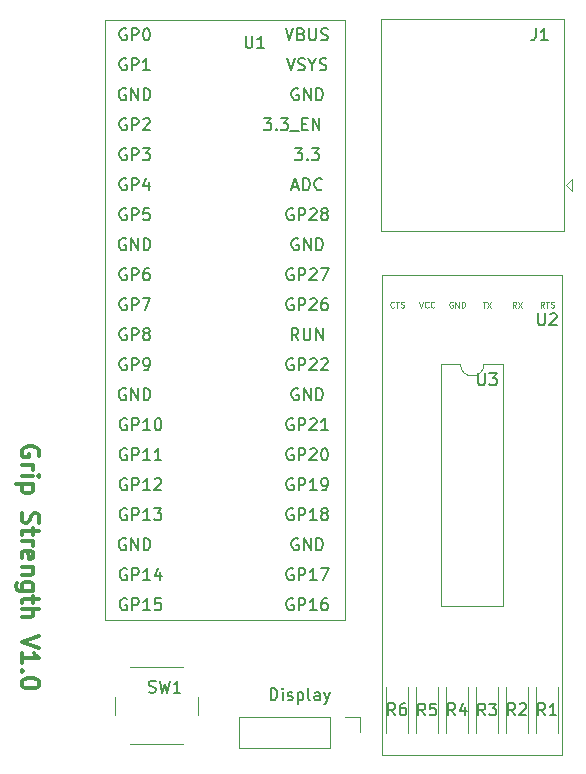
<source format=gbr>
%TF.GenerationSoftware,KiCad,Pcbnew,5.1.10-88a1d61d58~88~ubuntu18.04.1*%
%TF.CreationDate,2021-08-27T16:22:50+08:00*%
%TF.ProjectId,grip_strength,67726970-5f73-4747-9265-6e6774682e6b,rev?*%
%TF.SameCoordinates,Original*%
%TF.FileFunction,Legend,Top*%
%TF.FilePolarity,Positive*%
%FSLAX46Y46*%
G04 Gerber Fmt 4.6, Leading zero omitted, Abs format (unit mm)*
G04 Created by KiCad (PCBNEW 5.1.10-88a1d61d58~88~ubuntu18.04.1) date 2021-08-27 16:22:50*
%MOMM*%
%LPD*%
G01*
G04 APERTURE LIST*
%ADD10C,0.150000*%
%ADD11C,0.300000*%
%ADD12C,0.120000*%
%ADD13C,0.125000*%
G04 APERTURE END LIST*
D10*
X97877619Y-110307380D02*
X97877619Y-109307380D01*
X98115714Y-109307380D01*
X98258571Y-109355000D01*
X98353809Y-109450238D01*
X98401428Y-109545476D01*
X98449047Y-109735952D01*
X98449047Y-109878809D01*
X98401428Y-110069285D01*
X98353809Y-110164523D01*
X98258571Y-110259761D01*
X98115714Y-110307380D01*
X97877619Y-110307380D01*
X98877619Y-110307380D02*
X98877619Y-109640714D01*
X98877619Y-109307380D02*
X98830000Y-109355000D01*
X98877619Y-109402619D01*
X98925238Y-109355000D01*
X98877619Y-109307380D01*
X98877619Y-109402619D01*
X99306190Y-110259761D02*
X99401428Y-110307380D01*
X99591904Y-110307380D01*
X99687142Y-110259761D01*
X99734761Y-110164523D01*
X99734761Y-110116904D01*
X99687142Y-110021666D01*
X99591904Y-109974047D01*
X99449047Y-109974047D01*
X99353809Y-109926428D01*
X99306190Y-109831190D01*
X99306190Y-109783571D01*
X99353809Y-109688333D01*
X99449047Y-109640714D01*
X99591904Y-109640714D01*
X99687142Y-109688333D01*
X100163333Y-109640714D02*
X100163333Y-110640714D01*
X100163333Y-109688333D02*
X100258571Y-109640714D01*
X100449047Y-109640714D01*
X100544285Y-109688333D01*
X100591904Y-109735952D01*
X100639523Y-109831190D01*
X100639523Y-110116904D01*
X100591904Y-110212142D01*
X100544285Y-110259761D01*
X100449047Y-110307380D01*
X100258571Y-110307380D01*
X100163333Y-110259761D01*
X101210952Y-110307380D02*
X101115714Y-110259761D01*
X101068095Y-110164523D01*
X101068095Y-109307380D01*
X102020476Y-110307380D02*
X102020476Y-109783571D01*
X101972857Y-109688333D01*
X101877619Y-109640714D01*
X101687142Y-109640714D01*
X101591904Y-109688333D01*
X102020476Y-110259761D02*
X101925238Y-110307380D01*
X101687142Y-110307380D01*
X101591904Y-110259761D01*
X101544285Y-110164523D01*
X101544285Y-110069285D01*
X101591904Y-109974047D01*
X101687142Y-109926428D01*
X101925238Y-109926428D01*
X102020476Y-109878809D01*
X102401428Y-109640714D02*
X102639523Y-110307380D01*
X102877619Y-109640714D02*
X102639523Y-110307380D01*
X102544285Y-110545476D01*
X102496666Y-110593095D01*
X102401428Y-110640714D01*
D11*
X78220000Y-89667142D02*
X78291428Y-89524285D01*
X78291428Y-89310000D01*
X78220000Y-89095714D01*
X78077142Y-88952857D01*
X77934285Y-88881428D01*
X77648571Y-88810000D01*
X77434285Y-88810000D01*
X77148571Y-88881428D01*
X77005714Y-88952857D01*
X76862857Y-89095714D01*
X76791428Y-89310000D01*
X76791428Y-89452857D01*
X76862857Y-89667142D01*
X76934285Y-89738571D01*
X77434285Y-89738571D01*
X77434285Y-89452857D01*
X76791428Y-90381428D02*
X77791428Y-90381428D01*
X77505714Y-90381428D02*
X77648571Y-90452857D01*
X77720000Y-90524285D01*
X77791428Y-90667142D01*
X77791428Y-90810000D01*
X76791428Y-91310000D02*
X77791428Y-91310000D01*
X78291428Y-91310000D02*
X78220000Y-91238571D01*
X78148571Y-91310000D01*
X78220000Y-91381428D01*
X78291428Y-91310000D01*
X78148571Y-91310000D01*
X77791428Y-92024285D02*
X76291428Y-92024285D01*
X77720000Y-92024285D02*
X77791428Y-92167142D01*
X77791428Y-92452857D01*
X77720000Y-92595714D01*
X77648571Y-92667142D01*
X77505714Y-92738571D01*
X77077142Y-92738571D01*
X76934285Y-92667142D01*
X76862857Y-92595714D01*
X76791428Y-92452857D01*
X76791428Y-92167142D01*
X76862857Y-92024285D01*
X76862857Y-94452857D02*
X76791428Y-94667142D01*
X76791428Y-95024285D01*
X76862857Y-95167142D01*
X76934285Y-95238571D01*
X77077142Y-95310000D01*
X77220000Y-95310000D01*
X77362857Y-95238571D01*
X77434285Y-95167142D01*
X77505714Y-95024285D01*
X77577142Y-94738571D01*
X77648571Y-94595714D01*
X77720000Y-94524285D01*
X77862857Y-94452857D01*
X78005714Y-94452857D01*
X78148571Y-94524285D01*
X78220000Y-94595714D01*
X78291428Y-94738571D01*
X78291428Y-95095714D01*
X78220000Y-95310000D01*
X77791428Y-95738571D02*
X77791428Y-96310000D01*
X78291428Y-95952857D02*
X77005714Y-95952857D01*
X76862857Y-96024285D01*
X76791428Y-96167142D01*
X76791428Y-96310000D01*
X76791428Y-96810000D02*
X77791428Y-96810000D01*
X77505714Y-96810000D02*
X77648571Y-96881428D01*
X77720000Y-96952857D01*
X77791428Y-97095714D01*
X77791428Y-97238571D01*
X76862857Y-98310000D02*
X76791428Y-98167142D01*
X76791428Y-97881428D01*
X76862857Y-97738571D01*
X77005714Y-97667142D01*
X77577142Y-97667142D01*
X77720000Y-97738571D01*
X77791428Y-97881428D01*
X77791428Y-98167142D01*
X77720000Y-98310000D01*
X77577142Y-98381428D01*
X77434285Y-98381428D01*
X77291428Y-97667142D01*
X77791428Y-99024285D02*
X76791428Y-99024285D01*
X77648571Y-99024285D02*
X77720000Y-99095714D01*
X77791428Y-99238571D01*
X77791428Y-99452857D01*
X77720000Y-99595714D01*
X77577142Y-99667142D01*
X76791428Y-99667142D01*
X77791428Y-101024285D02*
X76577142Y-101024285D01*
X76434285Y-100952857D01*
X76362857Y-100881428D01*
X76291428Y-100738571D01*
X76291428Y-100524285D01*
X76362857Y-100381428D01*
X76862857Y-101024285D02*
X76791428Y-100881428D01*
X76791428Y-100595714D01*
X76862857Y-100452857D01*
X76934285Y-100381428D01*
X77077142Y-100310000D01*
X77505714Y-100310000D01*
X77648571Y-100381428D01*
X77720000Y-100452857D01*
X77791428Y-100595714D01*
X77791428Y-100881428D01*
X77720000Y-101024285D01*
X77791428Y-101524285D02*
X77791428Y-102095714D01*
X78291428Y-101738571D02*
X77005714Y-101738571D01*
X76862857Y-101810000D01*
X76791428Y-101952857D01*
X76791428Y-102095714D01*
X76791428Y-102595714D02*
X78291428Y-102595714D01*
X76791428Y-103238571D02*
X77577142Y-103238571D01*
X77720000Y-103167142D01*
X77791428Y-103024285D01*
X77791428Y-102810000D01*
X77720000Y-102667142D01*
X77648571Y-102595714D01*
X78291428Y-104881428D02*
X76791428Y-105381428D01*
X78291428Y-105881428D01*
X76791428Y-107167142D02*
X76791428Y-106310000D01*
X76791428Y-106738571D02*
X78291428Y-106738571D01*
X78077142Y-106595714D01*
X77934285Y-106452857D01*
X77862857Y-106310000D01*
X76934285Y-107810000D02*
X76862857Y-107881428D01*
X76791428Y-107810000D01*
X76862857Y-107738571D01*
X76934285Y-107810000D01*
X76791428Y-107810000D01*
X78291428Y-108810000D02*
X78291428Y-108952857D01*
X78220000Y-109095714D01*
X78148571Y-109167142D01*
X78005714Y-109238571D01*
X77720000Y-109310000D01*
X77362857Y-109310000D01*
X77077142Y-109238571D01*
X76934285Y-109167142D01*
X76862857Y-109095714D01*
X76791428Y-108952857D01*
X76791428Y-108810000D01*
X76862857Y-108667142D01*
X76934285Y-108595714D01*
X77077142Y-108524285D01*
X77362857Y-108452857D01*
X77720000Y-108452857D01*
X78005714Y-108524285D01*
X78148571Y-108595714D01*
X78220000Y-108667142D01*
X78291428Y-108810000D01*
D12*
%TO.C,J1*%
X122695000Y-70555000D02*
X122695000Y-52595000D01*
X107175000Y-70555000D02*
X122695000Y-70555000D01*
X107175000Y-70555000D02*
X107175000Y-52595000D01*
X122695000Y-52595000D02*
X107175000Y-52595000D01*
X122880000Y-66675000D02*
X123380000Y-67175000D01*
X123380000Y-67175000D02*
X123380000Y-66175000D01*
X123380000Y-66175000D02*
X122880000Y-66675000D01*
%TO.C,U1*%
X104140000Y-103505000D02*
X83820000Y-103505000D01*
X104140000Y-52705000D02*
X104140000Y-103505000D01*
X83820000Y-52705000D02*
X104140000Y-52705000D01*
X83820000Y-52705000D02*
X83820000Y-103505000D01*
%TO.C,U4*%
X95190000Y-111700000D02*
X95190000Y-114360000D01*
X102870000Y-111700000D02*
X95190000Y-111700000D01*
X102870000Y-114360000D02*
X95190000Y-114360000D01*
X102870000Y-111700000D02*
X102870000Y-114360000D01*
X104140000Y-111700000D02*
X105470000Y-111700000D01*
X105470000Y-111700000D02*
X105470000Y-113030000D01*
%TO.C,R6*%
X107665000Y-113045000D02*
X107665000Y-109205000D01*
X109505000Y-113045000D02*
X109505000Y-109205000D01*
%TO.C,U2*%
X122555000Y-114935000D02*
X107315000Y-114935000D01*
X122555000Y-74295000D02*
X122555000Y-114935000D01*
X122555000Y-74295000D02*
X107315000Y-74295000D01*
X107315000Y-74295000D02*
X107315000Y-114935000D01*
%TO.C,U3*%
X115935000Y-81855000D02*
G75*
G02*
X113935000Y-81855000I-1000000J0D01*
G01*
X113935000Y-81855000D02*
X112285000Y-81855000D01*
X112285000Y-81855000D02*
X112285000Y-102295000D01*
X112285000Y-102295000D02*
X117585000Y-102295000D01*
X117585000Y-102295000D02*
X117585000Y-81855000D01*
X117585000Y-81855000D02*
X115935000Y-81855000D01*
%TO.C,SW1*%
X90440000Y-107530000D02*
X85940000Y-107530000D01*
X91690000Y-111530000D02*
X91690000Y-110030000D01*
X85940000Y-114030000D02*
X90440000Y-114030000D01*
X84690000Y-110030000D02*
X84690000Y-111530000D01*
%TO.C,R1*%
X122205000Y-113045000D02*
X122205000Y-109205000D01*
X120365000Y-113045000D02*
X120365000Y-109205000D01*
%TO.C,R2*%
X117825000Y-113045000D02*
X117825000Y-109205000D01*
X119665000Y-113045000D02*
X119665000Y-109205000D01*
%TO.C,R3*%
X117125000Y-113045000D02*
X117125000Y-109205000D01*
X115285000Y-113045000D02*
X115285000Y-109205000D01*
%TO.C,R4*%
X114585000Y-113045000D02*
X114585000Y-109205000D01*
X112745000Y-113045000D02*
X112745000Y-109205000D01*
%TO.C,R5*%
X110205000Y-113045000D02*
X110205000Y-109205000D01*
X112045000Y-113045000D02*
X112045000Y-109205000D01*
%TO.C,J1*%
D10*
X120316666Y-53427380D02*
X120316666Y-54141666D01*
X120269047Y-54284523D01*
X120173809Y-54379761D01*
X120030952Y-54427380D01*
X119935714Y-54427380D01*
X121316666Y-54427380D02*
X120745238Y-54427380D01*
X121030952Y-54427380D02*
X121030952Y-53427380D01*
X120935714Y-53570238D01*
X120840476Y-53665476D01*
X120745238Y-53713095D01*
%TO.C,U1*%
X95758095Y-54062380D02*
X95758095Y-54871904D01*
X95805714Y-54967142D01*
X95853333Y-55014761D01*
X95948571Y-55062380D01*
X96139047Y-55062380D01*
X96234285Y-55014761D01*
X96281904Y-54967142D01*
X96329523Y-54871904D01*
X96329523Y-54062380D01*
X97329523Y-55062380D02*
X96758095Y-55062380D01*
X97043809Y-55062380D02*
X97043809Y-54062380D01*
X96948571Y-54205238D01*
X96853333Y-54300476D01*
X96758095Y-54348095D01*
X100203095Y-96655000D02*
X100107857Y-96607380D01*
X99965000Y-96607380D01*
X99822142Y-96655000D01*
X99726904Y-96750238D01*
X99679285Y-96845476D01*
X99631666Y-97035952D01*
X99631666Y-97178809D01*
X99679285Y-97369285D01*
X99726904Y-97464523D01*
X99822142Y-97559761D01*
X99965000Y-97607380D01*
X100060238Y-97607380D01*
X100203095Y-97559761D01*
X100250714Y-97512142D01*
X100250714Y-97178809D01*
X100060238Y-97178809D01*
X100679285Y-97607380D02*
X100679285Y-96607380D01*
X101250714Y-97607380D01*
X101250714Y-96607380D01*
X101726904Y-97607380D02*
X101726904Y-96607380D01*
X101965000Y-96607380D01*
X102107857Y-96655000D01*
X102203095Y-96750238D01*
X102250714Y-96845476D01*
X102298333Y-97035952D01*
X102298333Y-97178809D01*
X102250714Y-97369285D01*
X102203095Y-97464523D01*
X102107857Y-97559761D01*
X101965000Y-97607380D01*
X101726904Y-97607380D01*
X99774523Y-99195000D02*
X99679285Y-99147380D01*
X99536428Y-99147380D01*
X99393571Y-99195000D01*
X99298333Y-99290238D01*
X99250714Y-99385476D01*
X99203095Y-99575952D01*
X99203095Y-99718809D01*
X99250714Y-99909285D01*
X99298333Y-100004523D01*
X99393571Y-100099761D01*
X99536428Y-100147380D01*
X99631666Y-100147380D01*
X99774523Y-100099761D01*
X99822142Y-100052142D01*
X99822142Y-99718809D01*
X99631666Y-99718809D01*
X100250714Y-100147380D02*
X100250714Y-99147380D01*
X100631666Y-99147380D01*
X100726904Y-99195000D01*
X100774523Y-99242619D01*
X100822142Y-99337857D01*
X100822142Y-99480714D01*
X100774523Y-99575952D01*
X100726904Y-99623571D01*
X100631666Y-99671190D01*
X100250714Y-99671190D01*
X101774523Y-100147380D02*
X101203095Y-100147380D01*
X101488809Y-100147380D02*
X101488809Y-99147380D01*
X101393571Y-99290238D01*
X101298333Y-99385476D01*
X101203095Y-99433095D01*
X102107857Y-99147380D02*
X102774523Y-99147380D01*
X102345952Y-100147380D01*
X99774523Y-81415000D02*
X99679285Y-81367380D01*
X99536428Y-81367380D01*
X99393571Y-81415000D01*
X99298333Y-81510238D01*
X99250714Y-81605476D01*
X99203095Y-81795952D01*
X99203095Y-81938809D01*
X99250714Y-82129285D01*
X99298333Y-82224523D01*
X99393571Y-82319761D01*
X99536428Y-82367380D01*
X99631666Y-82367380D01*
X99774523Y-82319761D01*
X99822142Y-82272142D01*
X99822142Y-81938809D01*
X99631666Y-81938809D01*
X100250714Y-82367380D02*
X100250714Y-81367380D01*
X100631666Y-81367380D01*
X100726904Y-81415000D01*
X100774523Y-81462619D01*
X100822142Y-81557857D01*
X100822142Y-81700714D01*
X100774523Y-81795952D01*
X100726904Y-81843571D01*
X100631666Y-81891190D01*
X100250714Y-81891190D01*
X101203095Y-81462619D02*
X101250714Y-81415000D01*
X101345952Y-81367380D01*
X101584047Y-81367380D01*
X101679285Y-81415000D01*
X101726904Y-81462619D01*
X101774523Y-81557857D01*
X101774523Y-81653095D01*
X101726904Y-81795952D01*
X101155476Y-82367380D01*
X101774523Y-82367380D01*
X102155476Y-81462619D02*
X102203095Y-81415000D01*
X102298333Y-81367380D01*
X102536428Y-81367380D01*
X102631666Y-81415000D01*
X102679285Y-81462619D01*
X102726904Y-81557857D01*
X102726904Y-81653095D01*
X102679285Y-81795952D01*
X102107857Y-82367380D01*
X102726904Y-82367380D01*
X100226904Y-79827380D02*
X99893571Y-79351190D01*
X99655476Y-79827380D02*
X99655476Y-78827380D01*
X100036428Y-78827380D01*
X100131666Y-78875000D01*
X100179285Y-78922619D01*
X100226904Y-79017857D01*
X100226904Y-79160714D01*
X100179285Y-79255952D01*
X100131666Y-79303571D01*
X100036428Y-79351190D01*
X99655476Y-79351190D01*
X100655476Y-78827380D02*
X100655476Y-79636904D01*
X100703095Y-79732142D01*
X100750714Y-79779761D01*
X100845952Y-79827380D01*
X101036428Y-79827380D01*
X101131666Y-79779761D01*
X101179285Y-79732142D01*
X101226904Y-79636904D01*
X101226904Y-78827380D01*
X101703095Y-79827380D02*
X101703095Y-78827380D01*
X102274523Y-79827380D01*
X102274523Y-78827380D01*
X99774523Y-101735000D02*
X99679285Y-101687380D01*
X99536428Y-101687380D01*
X99393571Y-101735000D01*
X99298333Y-101830238D01*
X99250714Y-101925476D01*
X99203095Y-102115952D01*
X99203095Y-102258809D01*
X99250714Y-102449285D01*
X99298333Y-102544523D01*
X99393571Y-102639761D01*
X99536428Y-102687380D01*
X99631666Y-102687380D01*
X99774523Y-102639761D01*
X99822142Y-102592142D01*
X99822142Y-102258809D01*
X99631666Y-102258809D01*
X100250714Y-102687380D02*
X100250714Y-101687380D01*
X100631666Y-101687380D01*
X100726904Y-101735000D01*
X100774523Y-101782619D01*
X100822142Y-101877857D01*
X100822142Y-102020714D01*
X100774523Y-102115952D01*
X100726904Y-102163571D01*
X100631666Y-102211190D01*
X100250714Y-102211190D01*
X101774523Y-102687380D02*
X101203095Y-102687380D01*
X101488809Y-102687380D02*
X101488809Y-101687380D01*
X101393571Y-101830238D01*
X101298333Y-101925476D01*
X101203095Y-101973095D01*
X102631666Y-101687380D02*
X102441190Y-101687380D01*
X102345952Y-101735000D01*
X102298333Y-101782619D01*
X102203095Y-101925476D01*
X102155476Y-102115952D01*
X102155476Y-102496904D01*
X102203095Y-102592142D01*
X102250714Y-102639761D01*
X102345952Y-102687380D01*
X102536428Y-102687380D01*
X102631666Y-102639761D01*
X102679285Y-102592142D01*
X102726904Y-102496904D01*
X102726904Y-102258809D01*
X102679285Y-102163571D01*
X102631666Y-102115952D01*
X102536428Y-102068333D01*
X102345952Y-102068333D01*
X102250714Y-102115952D01*
X102203095Y-102163571D01*
X102155476Y-102258809D01*
X99774523Y-94115000D02*
X99679285Y-94067380D01*
X99536428Y-94067380D01*
X99393571Y-94115000D01*
X99298333Y-94210238D01*
X99250714Y-94305476D01*
X99203095Y-94495952D01*
X99203095Y-94638809D01*
X99250714Y-94829285D01*
X99298333Y-94924523D01*
X99393571Y-95019761D01*
X99536428Y-95067380D01*
X99631666Y-95067380D01*
X99774523Y-95019761D01*
X99822142Y-94972142D01*
X99822142Y-94638809D01*
X99631666Y-94638809D01*
X100250714Y-95067380D02*
X100250714Y-94067380D01*
X100631666Y-94067380D01*
X100726904Y-94115000D01*
X100774523Y-94162619D01*
X100822142Y-94257857D01*
X100822142Y-94400714D01*
X100774523Y-94495952D01*
X100726904Y-94543571D01*
X100631666Y-94591190D01*
X100250714Y-94591190D01*
X101774523Y-95067380D02*
X101203095Y-95067380D01*
X101488809Y-95067380D02*
X101488809Y-94067380D01*
X101393571Y-94210238D01*
X101298333Y-94305476D01*
X101203095Y-94353095D01*
X102345952Y-94495952D02*
X102250714Y-94448333D01*
X102203095Y-94400714D01*
X102155476Y-94305476D01*
X102155476Y-94257857D01*
X102203095Y-94162619D01*
X102250714Y-94115000D01*
X102345952Y-94067380D01*
X102536428Y-94067380D01*
X102631666Y-94115000D01*
X102679285Y-94162619D01*
X102726904Y-94257857D01*
X102726904Y-94305476D01*
X102679285Y-94400714D01*
X102631666Y-94448333D01*
X102536428Y-94495952D01*
X102345952Y-94495952D01*
X102250714Y-94543571D01*
X102203095Y-94591190D01*
X102155476Y-94686428D01*
X102155476Y-94876904D01*
X102203095Y-94972142D01*
X102250714Y-95019761D01*
X102345952Y-95067380D01*
X102536428Y-95067380D01*
X102631666Y-95019761D01*
X102679285Y-94972142D01*
X102726904Y-94876904D01*
X102726904Y-94686428D01*
X102679285Y-94591190D01*
X102631666Y-94543571D01*
X102536428Y-94495952D01*
X99250714Y-55967380D02*
X99584047Y-56967380D01*
X99917380Y-55967380D01*
X100203095Y-56919761D02*
X100345952Y-56967380D01*
X100584047Y-56967380D01*
X100679285Y-56919761D01*
X100726904Y-56872142D01*
X100774523Y-56776904D01*
X100774523Y-56681666D01*
X100726904Y-56586428D01*
X100679285Y-56538809D01*
X100584047Y-56491190D01*
X100393571Y-56443571D01*
X100298333Y-56395952D01*
X100250714Y-56348333D01*
X100203095Y-56253095D01*
X100203095Y-56157857D01*
X100250714Y-56062619D01*
X100298333Y-56015000D01*
X100393571Y-55967380D01*
X100631666Y-55967380D01*
X100774523Y-56015000D01*
X101393571Y-56491190D02*
X101393571Y-56967380D01*
X101060238Y-55967380D02*
X101393571Y-56491190D01*
X101726904Y-55967380D01*
X102012619Y-56919761D02*
X102155476Y-56967380D01*
X102393571Y-56967380D01*
X102488809Y-56919761D01*
X102536428Y-56872142D01*
X102584047Y-56776904D01*
X102584047Y-56681666D01*
X102536428Y-56586428D01*
X102488809Y-56538809D01*
X102393571Y-56491190D01*
X102203095Y-56443571D01*
X102107857Y-56395952D01*
X102060238Y-56348333D01*
X102012619Y-56253095D01*
X102012619Y-56157857D01*
X102060238Y-56062619D01*
X102107857Y-56015000D01*
X102203095Y-55967380D01*
X102441190Y-55967380D01*
X102584047Y-56015000D01*
X100203095Y-71255000D02*
X100107857Y-71207380D01*
X99965000Y-71207380D01*
X99822142Y-71255000D01*
X99726904Y-71350238D01*
X99679285Y-71445476D01*
X99631666Y-71635952D01*
X99631666Y-71778809D01*
X99679285Y-71969285D01*
X99726904Y-72064523D01*
X99822142Y-72159761D01*
X99965000Y-72207380D01*
X100060238Y-72207380D01*
X100203095Y-72159761D01*
X100250714Y-72112142D01*
X100250714Y-71778809D01*
X100060238Y-71778809D01*
X100679285Y-72207380D02*
X100679285Y-71207380D01*
X101250714Y-72207380D01*
X101250714Y-71207380D01*
X101726904Y-72207380D02*
X101726904Y-71207380D01*
X101965000Y-71207380D01*
X102107857Y-71255000D01*
X102203095Y-71350238D01*
X102250714Y-71445476D01*
X102298333Y-71635952D01*
X102298333Y-71778809D01*
X102250714Y-71969285D01*
X102203095Y-72064523D01*
X102107857Y-72159761D01*
X101965000Y-72207380D01*
X101726904Y-72207380D01*
X100203095Y-83955000D02*
X100107857Y-83907380D01*
X99965000Y-83907380D01*
X99822142Y-83955000D01*
X99726904Y-84050238D01*
X99679285Y-84145476D01*
X99631666Y-84335952D01*
X99631666Y-84478809D01*
X99679285Y-84669285D01*
X99726904Y-84764523D01*
X99822142Y-84859761D01*
X99965000Y-84907380D01*
X100060238Y-84907380D01*
X100203095Y-84859761D01*
X100250714Y-84812142D01*
X100250714Y-84478809D01*
X100060238Y-84478809D01*
X100679285Y-84907380D02*
X100679285Y-83907380D01*
X101250714Y-84907380D01*
X101250714Y-83907380D01*
X101726904Y-84907380D02*
X101726904Y-83907380D01*
X101965000Y-83907380D01*
X102107857Y-83955000D01*
X102203095Y-84050238D01*
X102250714Y-84145476D01*
X102298333Y-84335952D01*
X102298333Y-84478809D01*
X102250714Y-84669285D01*
X102203095Y-84764523D01*
X102107857Y-84859761D01*
X101965000Y-84907380D01*
X101726904Y-84907380D01*
X99917380Y-63587380D02*
X100536428Y-63587380D01*
X100203095Y-63968333D01*
X100345952Y-63968333D01*
X100441190Y-64015952D01*
X100488809Y-64063571D01*
X100536428Y-64158809D01*
X100536428Y-64396904D01*
X100488809Y-64492142D01*
X100441190Y-64539761D01*
X100345952Y-64587380D01*
X100060238Y-64587380D01*
X99965000Y-64539761D01*
X99917380Y-64492142D01*
X100965000Y-64492142D02*
X101012619Y-64539761D01*
X100965000Y-64587380D01*
X100917380Y-64539761D01*
X100965000Y-64492142D01*
X100965000Y-64587380D01*
X101345952Y-63587380D02*
X101965000Y-63587380D01*
X101631666Y-63968333D01*
X101774523Y-63968333D01*
X101869761Y-64015952D01*
X101917380Y-64063571D01*
X101965000Y-64158809D01*
X101965000Y-64396904D01*
X101917380Y-64492142D01*
X101869761Y-64539761D01*
X101774523Y-64587380D01*
X101488809Y-64587380D01*
X101393571Y-64539761D01*
X101345952Y-64492142D01*
X99774523Y-76335000D02*
X99679285Y-76287380D01*
X99536428Y-76287380D01*
X99393571Y-76335000D01*
X99298333Y-76430238D01*
X99250714Y-76525476D01*
X99203095Y-76715952D01*
X99203095Y-76858809D01*
X99250714Y-77049285D01*
X99298333Y-77144523D01*
X99393571Y-77239761D01*
X99536428Y-77287380D01*
X99631666Y-77287380D01*
X99774523Y-77239761D01*
X99822142Y-77192142D01*
X99822142Y-76858809D01*
X99631666Y-76858809D01*
X100250714Y-77287380D02*
X100250714Y-76287380D01*
X100631666Y-76287380D01*
X100726904Y-76335000D01*
X100774523Y-76382619D01*
X100822142Y-76477857D01*
X100822142Y-76620714D01*
X100774523Y-76715952D01*
X100726904Y-76763571D01*
X100631666Y-76811190D01*
X100250714Y-76811190D01*
X101203095Y-76382619D02*
X101250714Y-76335000D01*
X101345952Y-76287380D01*
X101584047Y-76287380D01*
X101679285Y-76335000D01*
X101726904Y-76382619D01*
X101774523Y-76477857D01*
X101774523Y-76573095D01*
X101726904Y-76715952D01*
X101155476Y-77287380D01*
X101774523Y-77287380D01*
X102631666Y-76287380D02*
X102441190Y-76287380D01*
X102345952Y-76335000D01*
X102298333Y-76382619D01*
X102203095Y-76525476D01*
X102155476Y-76715952D01*
X102155476Y-77096904D01*
X102203095Y-77192142D01*
X102250714Y-77239761D01*
X102345952Y-77287380D01*
X102536428Y-77287380D01*
X102631666Y-77239761D01*
X102679285Y-77192142D01*
X102726904Y-77096904D01*
X102726904Y-76858809D01*
X102679285Y-76763571D01*
X102631666Y-76715952D01*
X102536428Y-76668333D01*
X102345952Y-76668333D01*
X102250714Y-76715952D01*
X102203095Y-76763571D01*
X102155476Y-76858809D01*
X99774523Y-68715000D02*
X99679285Y-68667380D01*
X99536428Y-68667380D01*
X99393571Y-68715000D01*
X99298333Y-68810238D01*
X99250714Y-68905476D01*
X99203095Y-69095952D01*
X99203095Y-69238809D01*
X99250714Y-69429285D01*
X99298333Y-69524523D01*
X99393571Y-69619761D01*
X99536428Y-69667380D01*
X99631666Y-69667380D01*
X99774523Y-69619761D01*
X99822142Y-69572142D01*
X99822142Y-69238809D01*
X99631666Y-69238809D01*
X100250714Y-69667380D02*
X100250714Y-68667380D01*
X100631666Y-68667380D01*
X100726904Y-68715000D01*
X100774523Y-68762619D01*
X100822142Y-68857857D01*
X100822142Y-69000714D01*
X100774523Y-69095952D01*
X100726904Y-69143571D01*
X100631666Y-69191190D01*
X100250714Y-69191190D01*
X101203095Y-68762619D02*
X101250714Y-68715000D01*
X101345952Y-68667380D01*
X101584047Y-68667380D01*
X101679285Y-68715000D01*
X101726904Y-68762619D01*
X101774523Y-68857857D01*
X101774523Y-68953095D01*
X101726904Y-69095952D01*
X101155476Y-69667380D01*
X101774523Y-69667380D01*
X102345952Y-69095952D02*
X102250714Y-69048333D01*
X102203095Y-69000714D01*
X102155476Y-68905476D01*
X102155476Y-68857857D01*
X102203095Y-68762619D01*
X102250714Y-68715000D01*
X102345952Y-68667380D01*
X102536428Y-68667380D01*
X102631666Y-68715000D01*
X102679285Y-68762619D01*
X102726904Y-68857857D01*
X102726904Y-68905476D01*
X102679285Y-69000714D01*
X102631666Y-69048333D01*
X102536428Y-69095952D01*
X102345952Y-69095952D01*
X102250714Y-69143571D01*
X102203095Y-69191190D01*
X102155476Y-69286428D01*
X102155476Y-69476904D01*
X102203095Y-69572142D01*
X102250714Y-69619761D01*
X102345952Y-69667380D01*
X102536428Y-69667380D01*
X102631666Y-69619761D01*
X102679285Y-69572142D01*
X102726904Y-69476904D01*
X102726904Y-69286428D01*
X102679285Y-69191190D01*
X102631666Y-69143571D01*
X102536428Y-69095952D01*
X99774523Y-89035000D02*
X99679285Y-88987380D01*
X99536428Y-88987380D01*
X99393571Y-89035000D01*
X99298333Y-89130238D01*
X99250714Y-89225476D01*
X99203095Y-89415952D01*
X99203095Y-89558809D01*
X99250714Y-89749285D01*
X99298333Y-89844523D01*
X99393571Y-89939761D01*
X99536428Y-89987380D01*
X99631666Y-89987380D01*
X99774523Y-89939761D01*
X99822142Y-89892142D01*
X99822142Y-89558809D01*
X99631666Y-89558809D01*
X100250714Y-89987380D02*
X100250714Y-88987380D01*
X100631666Y-88987380D01*
X100726904Y-89035000D01*
X100774523Y-89082619D01*
X100822142Y-89177857D01*
X100822142Y-89320714D01*
X100774523Y-89415952D01*
X100726904Y-89463571D01*
X100631666Y-89511190D01*
X100250714Y-89511190D01*
X101203095Y-89082619D02*
X101250714Y-89035000D01*
X101345952Y-88987380D01*
X101584047Y-88987380D01*
X101679285Y-89035000D01*
X101726904Y-89082619D01*
X101774523Y-89177857D01*
X101774523Y-89273095D01*
X101726904Y-89415952D01*
X101155476Y-89987380D01*
X101774523Y-89987380D01*
X102393571Y-88987380D02*
X102488809Y-88987380D01*
X102584047Y-89035000D01*
X102631666Y-89082619D01*
X102679285Y-89177857D01*
X102726904Y-89368333D01*
X102726904Y-89606428D01*
X102679285Y-89796904D01*
X102631666Y-89892142D01*
X102584047Y-89939761D01*
X102488809Y-89987380D01*
X102393571Y-89987380D01*
X102298333Y-89939761D01*
X102250714Y-89892142D01*
X102203095Y-89796904D01*
X102155476Y-89606428D01*
X102155476Y-89368333D01*
X102203095Y-89177857D01*
X102250714Y-89082619D01*
X102298333Y-89035000D01*
X102393571Y-88987380D01*
X99774523Y-73795000D02*
X99679285Y-73747380D01*
X99536428Y-73747380D01*
X99393571Y-73795000D01*
X99298333Y-73890238D01*
X99250714Y-73985476D01*
X99203095Y-74175952D01*
X99203095Y-74318809D01*
X99250714Y-74509285D01*
X99298333Y-74604523D01*
X99393571Y-74699761D01*
X99536428Y-74747380D01*
X99631666Y-74747380D01*
X99774523Y-74699761D01*
X99822142Y-74652142D01*
X99822142Y-74318809D01*
X99631666Y-74318809D01*
X100250714Y-74747380D02*
X100250714Y-73747380D01*
X100631666Y-73747380D01*
X100726904Y-73795000D01*
X100774523Y-73842619D01*
X100822142Y-73937857D01*
X100822142Y-74080714D01*
X100774523Y-74175952D01*
X100726904Y-74223571D01*
X100631666Y-74271190D01*
X100250714Y-74271190D01*
X101203095Y-73842619D02*
X101250714Y-73795000D01*
X101345952Y-73747380D01*
X101584047Y-73747380D01*
X101679285Y-73795000D01*
X101726904Y-73842619D01*
X101774523Y-73937857D01*
X101774523Y-74033095D01*
X101726904Y-74175952D01*
X101155476Y-74747380D01*
X101774523Y-74747380D01*
X102107857Y-73747380D02*
X102774523Y-73747380D01*
X102345952Y-74747380D01*
X99726904Y-66841666D02*
X100203095Y-66841666D01*
X99631666Y-67127380D02*
X99965000Y-66127380D01*
X100298333Y-67127380D01*
X100631666Y-67127380D02*
X100631666Y-66127380D01*
X100869761Y-66127380D01*
X101012619Y-66175000D01*
X101107857Y-66270238D01*
X101155476Y-66365476D01*
X101203095Y-66555952D01*
X101203095Y-66698809D01*
X101155476Y-66889285D01*
X101107857Y-66984523D01*
X101012619Y-67079761D01*
X100869761Y-67127380D01*
X100631666Y-67127380D01*
X102203095Y-67032142D02*
X102155476Y-67079761D01*
X102012619Y-67127380D01*
X101917380Y-67127380D01*
X101774523Y-67079761D01*
X101679285Y-66984523D01*
X101631666Y-66889285D01*
X101584047Y-66698809D01*
X101584047Y-66555952D01*
X101631666Y-66365476D01*
X101679285Y-66270238D01*
X101774523Y-66175000D01*
X101917380Y-66127380D01*
X102012619Y-66127380D01*
X102155476Y-66175000D01*
X102203095Y-66222619D01*
X97290238Y-61047380D02*
X97909285Y-61047380D01*
X97575952Y-61428333D01*
X97718809Y-61428333D01*
X97814047Y-61475952D01*
X97861666Y-61523571D01*
X97909285Y-61618809D01*
X97909285Y-61856904D01*
X97861666Y-61952142D01*
X97814047Y-61999761D01*
X97718809Y-62047380D01*
X97433095Y-62047380D01*
X97337857Y-61999761D01*
X97290238Y-61952142D01*
X98337857Y-61952142D02*
X98385476Y-61999761D01*
X98337857Y-62047380D01*
X98290238Y-61999761D01*
X98337857Y-61952142D01*
X98337857Y-62047380D01*
X98718809Y-61047380D02*
X99337857Y-61047380D01*
X99004523Y-61428333D01*
X99147380Y-61428333D01*
X99242619Y-61475952D01*
X99290238Y-61523571D01*
X99337857Y-61618809D01*
X99337857Y-61856904D01*
X99290238Y-61952142D01*
X99242619Y-61999761D01*
X99147380Y-62047380D01*
X98861666Y-62047380D01*
X98766428Y-61999761D01*
X98718809Y-61952142D01*
X99528333Y-62142619D02*
X100290238Y-62142619D01*
X100528333Y-61523571D02*
X100861666Y-61523571D01*
X101004523Y-62047380D02*
X100528333Y-62047380D01*
X100528333Y-61047380D01*
X101004523Y-61047380D01*
X101433095Y-62047380D02*
X101433095Y-61047380D01*
X102004523Y-62047380D01*
X102004523Y-61047380D01*
X99131666Y-53427380D02*
X99465000Y-54427380D01*
X99798333Y-53427380D01*
X100465000Y-53903571D02*
X100607857Y-53951190D01*
X100655476Y-53998809D01*
X100703095Y-54094047D01*
X100703095Y-54236904D01*
X100655476Y-54332142D01*
X100607857Y-54379761D01*
X100512619Y-54427380D01*
X100131666Y-54427380D01*
X100131666Y-53427380D01*
X100465000Y-53427380D01*
X100560238Y-53475000D01*
X100607857Y-53522619D01*
X100655476Y-53617857D01*
X100655476Y-53713095D01*
X100607857Y-53808333D01*
X100560238Y-53855952D01*
X100465000Y-53903571D01*
X100131666Y-53903571D01*
X101131666Y-53427380D02*
X101131666Y-54236904D01*
X101179285Y-54332142D01*
X101226904Y-54379761D01*
X101322142Y-54427380D01*
X101512619Y-54427380D01*
X101607857Y-54379761D01*
X101655476Y-54332142D01*
X101703095Y-54236904D01*
X101703095Y-53427380D01*
X102131666Y-54379761D02*
X102274523Y-54427380D01*
X102512619Y-54427380D01*
X102607857Y-54379761D01*
X102655476Y-54332142D01*
X102703095Y-54236904D01*
X102703095Y-54141666D01*
X102655476Y-54046428D01*
X102607857Y-53998809D01*
X102512619Y-53951190D01*
X102322142Y-53903571D01*
X102226904Y-53855952D01*
X102179285Y-53808333D01*
X102131666Y-53713095D01*
X102131666Y-53617857D01*
X102179285Y-53522619D01*
X102226904Y-53475000D01*
X102322142Y-53427380D01*
X102560238Y-53427380D01*
X102703095Y-53475000D01*
X100203095Y-58555000D02*
X100107857Y-58507380D01*
X99965000Y-58507380D01*
X99822142Y-58555000D01*
X99726904Y-58650238D01*
X99679285Y-58745476D01*
X99631666Y-58935952D01*
X99631666Y-59078809D01*
X99679285Y-59269285D01*
X99726904Y-59364523D01*
X99822142Y-59459761D01*
X99965000Y-59507380D01*
X100060238Y-59507380D01*
X100203095Y-59459761D01*
X100250714Y-59412142D01*
X100250714Y-59078809D01*
X100060238Y-59078809D01*
X100679285Y-59507380D02*
X100679285Y-58507380D01*
X101250714Y-59507380D01*
X101250714Y-58507380D01*
X101726904Y-59507380D02*
X101726904Y-58507380D01*
X101965000Y-58507380D01*
X102107857Y-58555000D01*
X102203095Y-58650238D01*
X102250714Y-58745476D01*
X102298333Y-58935952D01*
X102298333Y-59078809D01*
X102250714Y-59269285D01*
X102203095Y-59364523D01*
X102107857Y-59459761D01*
X101965000Y-59507380D01*
X101726904Y-59507380D01*
X99774523Y-91575000D02*
X99679285Y-91527380D01*
X99536428Y-91527380D01*
X99393571Y-91575000D01*
X99298333Y-91670238D01*
X99250714Y-91765476D01*
X99203095Y-91955952D01*
X99203095Y-92098809D01*
X99250714Y-92289285D01*
X99298333Y-92384523D01*
X99393571Y-92479761D01*
X99536428Y-92527380D01*
X99631666Y-92527380D01*
X99774523Y-92479761D01*
X99822142Y-92432142D01*
X99822142Y-92098809D01*
X99631666Y-92098809D01*
X100250714Y-92527380D02*
X100250714Y-91527380D01*
X100631666Y-91527380D01*
X100726904Y-91575000D01*
X100774523Y-91622619D01*
X100822142Y-91717857D01*
X100822142Y-91860714D01*
X100774523Y-91955952D01*
X100726904Y-92003571D01*
X100631666Y-92051190D01*
X100250714Y-92051190D01*
X101774523Y-92527380D02*
X101203095Y-92527380D01*
X101488809Y-92527380D02*
X101488809Y-91527380D01*
X101393571Y-91670238D01*
X101298333Y-91765476D01*
X101203095Y-91813095D01*
X102250714Y-92527380D02*
X102441190Y-92527380D01*
X102536428Y-92479761D01*
X102584047Y-92432142D01*
X102679285Y-92289285D01*
X102726904Y-92098809D01*
X102726904Y-91717857D01*
X102679285Y-91622619D01*
X102631666Y-91575000D01*
X102536428Y-91527380D01*
X102345952Y-91527380D01*
X102250714Y-91575000D01*
X102203095Y-91622619D01*
X102155476Y-91717857D01*
X102155476Y-91955952D01*
X102203095Y-92051190D01*
X102250714Y-92098809D01*
X102345952Y-92146428D01*
X102536428Y-92146428D01*
X102631666Y-92098809D01*
X102679285Y-92051190D01*
X102726904Y-91955952D01*
X99774523Y-86495000D02*
X99679285Y-86447380D01*
X99536428Y-86447380D01*
X99393571Y-86495000D01*
X99298333Y-86590238D01*
X99250714Y-86685476D01*
X99203095Y-86875952D01*
X99203095Y-87018809D01*
X99250714Y-87209285D01*
X99298333Y-87304523D01*
X99393571Y-87399761D01*
X99536428Y-87447380D01*
X99631666Y-87447380D01*
X99774523Y-87399761D01*
X99822142Y-87352142D01*
X99822142Y-87018809D01*
X99631666Y-87018809D01*
X100250714Y-87447380D02*
X100250714Y-86447380D01*
X100631666Y-86447380D01*
X100726904Y-86495000D01*
X100774523Y-86542619D01*
X100822142Y-86637857D01*
X100822142Y-86780714D01*
X100774523Y-86875952D01*
X100726904Y-86923571D01*
X100631666Y-86971190D01*
X100250714Y-86971190D01*
X101203095Y-86542619D02*
X101250714Y-86495000D01*
X101345952Y-86447380D01*
X101584047Y-86447380D01*
X101679285Y-86495000D01*
X101726904Y-86542619D01*
X101774523Y-86637857D01*
X101774523Y-86733095D01*
X101726904Y-86875952D01*
X101155476Y-87447380D01*
X101774523Y-87447380D01*
X102726904Y-87447380D02*
X102155476Y-87447380D01*
X102441190Y-87447380D02*
X102441190Y-86447380D01*
X102345952Y-86590238D01*
X102250714Y-86685476D01*
X102155476Y-86733095D01*
X85677523Y-101735000D02*
X85582285Y-101687380D01*
X85439428Y-101687380D01*
X85296571Y-101735000D01*
X85201333Y-101830238D01*
X85153714Y-101925476D01*
X85106095Y-102115952D01*
X85106095Y-102258809D01*
X85153714Y-102449285D01*
X85201333Y-102544523D01*
X85296571Y-102639761D01*
X85439428Y-102687380D01*
X85534666Y-102687380D01*
X85677523Y-102639761D01*
X85725142Y-102592142D01*
X85725142Y-102258809D01*
X85534666Y-102258809D01*
X86153714Y-102687380D02*
X86153714Y-101687380D01*
X86534666Y-101687380D01*
X86629904Y-101735000D01*
X86677523Y-101782619D01*
X86725142Y-101877857D01*
X86725142Y-102020714D01*
X86677523Y-102115952D01*
X86629904Y-102163571D01*
X86534666Y-102211190D01*
X86153714Y-102211190D01*
X87677523Y-102687380D02*
X87106095Y-102687380D01*
X87391809Y-102687380D02*
X87391809Y-101687380D01*
X87296571Y-101830238D01*
X87201333Y-101925476D01*
X87106095Y-101973095D01*
X88582285Y-101687380D02*
X88106095Y-101687380D01*
X88058476Y-102163571D01*
X88106095Y-102115952D01*
X88201333Y-102068333D01*
X88439428Y-102068333D01*
X88534666Y-102115952D01*
X88582285Y-102163571D01*
X88629904Y-102258809D01*
X88629904Y-102496904D01*
X88582285Y-102592142D01*
X88534666Y-102639761D01*
X88439428Y-102687380D01*
X88201333Y-102687380D01*
X88106095Y-102639761D01*
X88058476Y-102592142D01*
X85677523Y-99195000D02*
X85582285Y-99147380D01*
X85439428Y-99147380D01*
X85296571Y-99195000D01*
X85201333Y-99290238D01*
X85153714Y-99385476D01*
X85106095Y-99575952D01*
X85106095Y-99718809D01*
X85153714Y-99909285D01*
X85201333Y-100004523D01*
X85296571Y-100099761D01*
X85439428Y-100147380D01*
X85534666Y-100147380D01*
X85677523Y-100099761D01*
X85725142Y-100052142D01*
X85725142Y-99718809D01*
X85534666Y-99718809D01*
X86153714Y-100147380D02*
X86153714Y-99147380D01*
X86534666Y-99147380D01*
X86629904Y-99195000D01*
X86677523Y-99242619D01*
X86725142Y-99337857D01*
X86725142Y-99480714D01*
X86677523Y-99575952D01*
X86629904Y-99623571D01*
X86534666Y-99671190D01*
X86153714Y-99671190D01*
X87677523Y-100147380D02*
X87106095Y-100147380D01*
X87391809Y-100147380D02*
X87391809Y-99147380D01*
X87296571Y-99290238D01*
X87201333Y-99385476D01*
X87106095Y-99433095D01*
X88534666Y-99480714D02*
X88534666Y-100147380D01*
X88296571Y-99099761D02*
X88058476Y-99814047D01*
X88677523Y-99814047D01*
X85677523Y-86495000D02*
X85582285Y-86447380D01*
X85439428Y-86447380D01*
X85296571Y-86495000D01*
X85201333Y-86590238D01*
X85153714Y-86685476D01*
X85106095Y-86875952D01*
X85106095Y-87018809D01*
X85153714Y-87209285D01*
X85201333Y-87304523D01*
X85296571Y-87399761D01*
X85439428Y-87447380D01*
X85534666Y-87447380D01*
X85677523Y-87399761D01*
X85725142Y-87352142D01*
X85725142Y-87018809D01*
X85534666Y-87018809D01*
X86153714Y-87447380D02*
X86153714Y-86447380D01*
X86534666Y-86447380D01*
X86629904Y-86495000D01*
X86677523Y-86542619D01*
X86725142Y-86637857D01*
X86725142Y-86780714D01*
X86677523Y-86875952D01*
X86629904Y-86923571D01*
X86534666Y-86971190D01*
X86153714Y-86971190D01*
X87677523Y-87447380D02*
X87106095Y-87447380D01*
X87391809Y-87447380D02*
X87391809Y-86447380D01*
X87296571Y-86590238D01*
X87201333Y-86685476D01*
X87106095Y-86733095D01*
X88296571Y-86447380D02*
X88391809Y-86447380D01*
X88487047Y-86495000D01*
X88534666Y-86542619D01*
X88582285Y-86637857D01*
X88629904Y-86828333D01*
X88629904Y-87066428D01*
X88582285Y-87256904D01*
X88534666Y-87352142D01*
X88487047Y-87399761D01*
X88391809Y-87447380D01*
X88296571Y-87447380D01*
X88201333Y-87399761D01*
X88153714Y-87352142D01*
X88106095Y-87256904D01*
X88058476Y-87066428D01*
X88058476Y-86828333D01*
X88106095Y-86637857D01*
X88153714Y-86542619D01*
X88201333Y-86495000D01*
X88296571Y-86447380D01*
X85677523Y-94115000D02*
X85582285Y-94067380D01*
X85439428Y-94067380D01*
X85296571Y-94115000D01*
X85201333Y-94210238D01*
X85153714Y-94305476D01*
X85106095Y-94495952D01*
X85106095Y-94638809D01*
X85153714Y-94829285D01*
X85201333Y-94924523D01*
X85296571Y-95019761D01*
X85439428Y-95067380D01*
X85534666Y-95067380D01*
X85677523Y-95019761D01*
X85725142Y-94972142D01*
X85725142Y-94638809D01*
X85534666Y-94638809D01*
X86153714Y-95067380D02*
X86153714Y-94067380D01*
X86534666Y-94067380D01*
X86629904Y-94115000D01*
X86677523Y-94162619D01*
X86725142Y-94257857D01*
X86725142Y-94400714D01*
X86677523Y-94495952D01*
X86629904Y-94543571D01*
X86534666Y-94591190D01*
X86153714Y-94591190D01*
X87677523Y-95067380D02*
X87106095Y-95067380D01*
X87391809Y-95067380D02*
X87391809Y-94067380D01*
X87296571Y-94210238D01*
X87201333Y-94305476D01*
X87106095Y-94353095D01*
X88010857Y-94067380D02*
X88629904Y-94067380D01*
X88296571Y-94448333D01*
X88439428Y-94448333D01*
X88534666Y-94495952D01*
X88582285Y-94543571D01*
X88629904Y-94638809D01*
X88629904Y-94876904D01*
X88582285Y-94972142D01*
X88534666Y-95019761D01*
X88439428Y-95067380D01*
X88153714Y-95067380D01*
X88058476Y-95019761D01*
X88010857Y-94972142D01*
X85598095Y-96655000D02*
X85502857Y-96607380D01*
X85360000Y-96607380D01*
X85217142Y-96655000D01*
X85121904Y-96750238D01*
X85074285Y-96845476D01*
X85026666Y-97035952D01*
X85026666Y-97178809D01*
X85074285Y-97369285D01*
X85121904Y-97464523D01*
X85217142Y-97559761D01*
X85360000Y-97607380D01*
X85455238Y-97607380D01*
X85598095Y-97559761D01*
X85645714Y-97512142D01*
X85645714Y-97178809D01*
X85455238Y-97178809D01*
X86074285Y-97607380D02*
X86074285Y-96607380D01*
X86645714Y-97607380D01*
X86645714Y-96607380D01*
X87121904Y-97607380D02*
X87121904Y-96607380D01*
X87360000Y-96607380D01*
X87502857Y-96655000D01*
X87598095Y-96750238D01*
X87645714Y-96845476D01*
X87693333Y-97035952D01*
X87693333Y-97178809D01*
X87645714Y-97369285D01*
X87598095Y-97464523D01*
X87502857Y-97559761D01*
X87360000Y-97607380D01*
X87121904Y-97607380D01*
X85677523Y-91575000D02*
X85582285Y-91527380D01*
X85439428Y-91527380D01*
X85296571Y-91575000D01*
X85201333Y-91670238D01*
X85153714Y-91765476D01*
X85106095Y-91955952D01*
X85106095Y-92098809D01*
X85153714Y-92289285D01*
X85201333Y-92384523D01*
X85296571Y-92479761D01*
X85439428Y-92527380D01*
X85534666Y-92527380D01*
X85677523Y-92479761D01*
X85725142Y-92432142D01*
X85725142Y-92098809D01*
X85534666Y-92098809D01*
X86153714Y-92527380D02*
X86153714Y-91527380D01*
X86534666Y-91527380D01*
X86629904Y-91575000D01*
X86677523Y-91622619D01*
X86725142Y-91717857D01*
X86725142Y-91860714D01*
X86677523Y-91955952D01*
X86629904Y-92003571D01*
X86534666Y-92051190D01*
X86153714Y-92051190D01*
X87677523Y-92527380D02*
X87106095Y-92527380D01*
X87391809Y-92527380D02*
X87391809Y-91527380D01*
X87296571Y-91670238D01*
X87201333Y-91765476D01*
X87106095Y-91813095D01*
X88058476Y-91622619D02*
X88106095Y-91575000D01*
X88201333Y-91527380D01*
X88439428Y-91527380D01*
X88534666Y-91575000D01*
X88582285Y-91622619D01*
X88629904Y-91717857D01*
X88629904Y-91813095D01*
X88582285Y-91955952D01*
X88010857Y-92527380D01*
X88629904Y-92527380D01*
X85598095Y-83955000D02*
X85502857Y-83907380D01*
X85360000Y-83907380D01*
X85217142Y-83955000D01*
X85121904Y-84050238D01*
X85074285Y-84145476D01*
X85026666Y-84335952D01*
X85026666Y-84478809D01*
X85074285Y-84669285D01*
X85121904Y-84764523D01*
X85217142Y-84859761D01*
X85360000Y-84907380D01*
X85455238Y-84907380D01*
X85598095Y-84859761D01*
X85645714Y-84812142D01*
X85645714Y-84478809D01*
X85455238Y-84478809D01*
X86074285Y-84907380D02*
X86074285Y-83907380D01*
X86645714Y-84907380D01*
X86645714Y-83907380D01*
X87121904Y-84907380D02*
X87121904Y-83907380D01*
X87360000Y-83907380D01*
X87502857Y-83955000D01*
X87598095Y-84050238D01*
X87645714Y-84145476D01*
X87693333Y-84335952D01*
X87693333Y-84478809D01*
X87645714Y-84669285D01*
X87598095Y-84764523D01*
X87502857Y-84859761D01*
X87360000Y-84907380D01*
X87121904Y-84907380D01*
X85677523Y-89035000D02*
X85582285Y-88987380D01*
X85439428Y-88987380D01*
X85296571Y-89035000D01*
X85201333Y-89130238D01*
X85153714Y-89225476D01*
X85106095Y-89415952D01*
X85106095Y-89558809D01*
X85153714Y-89749285D01*
X85201333Y-89844523D01*
X85296571Y-89939761D01*
X85439428Y-89987380D01*
X85534666Y-89987380D01*
X85677523Y-89939761D01*
X85725142Y-89892142D01*
X85725142Y-89558809D01*
X85534666Y-89558809D01*
X86153714Y-89987380D02*
X86153714Y-88987380D01*
X86534666Y-88987380D01*
X86629904Y-89035000D01*
X86677523Y-89082619D01*
X86725142Y-89177857D01*
X86725142Y-89320714D01*
X86677523Y-89415952D01*
X86629904Y-89463571D01*
X86534666Y-89511190D01*
X86153714Y-89511190D01*
X87677523Y-89987380D02*
X87106095Y-89987380D01*
X87391809Y-89987380D02*
X87391809Y-88987380D01*
X87296571Y-89130238D01*
X87201333Y-89225476D01*
X87106095Y-89273095D01*
X88629904Y-89987380D02*
X88058476Y-89987380D01*
X88344190Y-89987380D02*
X88344190Y-88987380D01*
X88248952Y-89130238D01*
X88153714Y-89225476D01*
X88058476Y-89273095D01*
X85598095Y-71255000D02*
X85502857Y-71207380D01*
X85360000Y-71207380D01*
X85217142Y-71255000D01*
X85121904Y-71350238D01*
X85074285Y-71445476D01*
X85026666Y-71635952D01*
X85026666Y-71778809D01*
X85074285Y-71969285D01*
X85121904Y-72064523D01*
X85217142Y-72159761D01*
X85360000Y-72207380D01*
X85455238Y-72207380D01*
X85598095Y-72159761D01*
X85645714Y-72112142D01*
X85645714Y-71778809D01*
X85455238Y-71778809D01*
X86074285Y-72207380D02*
X86074285Y-71207380D01*
X86645714Y-72207380D01*
X86645714Y-71207380D01*
X87121904Y-72207380D02*
X87121904Y-71207380D01*
X87360000Y-71207380D01*
X87502857Y-71255000D01*
X87598095Y-71350238D01*
X87645714Y-71445476D01*
X87693333Y-71635952D01*
X87693333Y-71778809D01*
X87645714Y-71969285D01*
X87598095Y-72064523D01*
X87502857Y-72159761D01*
X87360000Y-72207380D01*
X87121904Y-72207380D01*
X85645714Y-78875000D02*
X85550476Y-78827380D01*
X85407619Y-78827380D01*
X85264761Y-78875000D01*
X85169523Y-78970238D01*
X85121904Y-79065476D01*
X85074285Y-79255952D01*
X85074285Y-79398809D01*
X85121904Y-79589285D01*
X85169523Y-79684523D01*
X85264761Y-79779761D01*
X85407619Y-79827380D01*
X85502857Y-79827380D01*
X85645714Y-79779761D01*
X85693333Y-79732142D01*
X85693333Y-79398809D01*
X85502857Y-79398809D01*
X86121904Y-79827380D02*
X86121904Y-78827380D01*
X86502857Y-78827380D01*
X86598095Y-78875000D01*
X86645714Y-78922619D01*
X86693333Y-79017857D01*
X86693333Y-79160714D01*
X86645714Y-79255952D01*
X86598095Y-79303571D01*
X86502857Y-79351190D01*
X86121904Y-79351190D01*
X87264761Y-79255952D02*
X87169523Y-79208333D01*
X87121904Y-79160714D01*
X87074285Y-79065476D01*
X87074285Y-79017857D01*
X87121904Y-78922619D01*
X87169523Y-78875000D01*
X87264761Y-78827380D01*
X87455238Y-78827380D01*
X87550476Y-78875000D01*
X87598095Y-78922619D01*
X87645714Y-79017857D01*
X87645714Y-79065476D01*
X87598095Y-79160714D01*
X87550476Y-79208333D01*
X87455238Y-79255952D01*
X87264761Y-79255952D01*
X87169523Y-79303571D01*
X87121904Y-79351190D01*
X87074285Y-79446428D01*
X87074285Y-79636904D01*
X87121904Y-79732142D01*
X87169523Y-79779761D01*
X87264761Y-79827380D01*
X87455238Y-79827380D01*
X87550476Y-79779761D01*
X87598095Y-79732142D01*
X87645714Y-79636904D01*
X87645714Y-79446428D01*
X87598095Y-79351190D01*
X87550476Y-79303571D01*
X87455238Y-79255952D01*
X85645714Y-81415000D02*
X85550476Y-81367380D01*
X85407619Y-81367380D01*
X85264761Y-81415000D01*
X85169523Y-81510238D01*
X85121904Y-81605476D01*
X85074285Y-81795952D01*
X85074285Y-81938809D01*
X85121904Y-82129285D01*
X85169523Y-82224523D01*
X85264761Y-82319761D01*
X85407619Y-82367380D01*
X85502857Y-82367380D01*
X85645714Y-82319761D01*
X85693333Y-82272142D01*
X85693333Y-81938809D01*
X85502857Y-81938809D01*
X86121904Y-82367380D02*
X86121904Y-81367380D01*
X86502857Y-81367380D01*
X86598095Y-81415000D01*
X86645714Y-81462619D01*
X86693333Y-81557857D01*
X86693333Y-81700714D01*
X86645714Y-81795952D01*
X86598095Y-81843571D01*
X86502857Y-81891190D01*
X86121904Y-81891190D01*
X87169523Y-82367380D02*
X87360000Y-82367380D01*
X87455238Y-82319761D01*
X87502857Y-82272142D01*
X87598095Y-82129285D01*
X87645714Y-81938809D01*
X87645714Y-81557857D01*
X87598095Y-81462619D01*
X87550476Y-81415000D01*
X87455238Y-81367380D01*
X87264761Y-81367380D01*
X87169523Y-81415000D01*
X87121904Y-81462619D01*
X87074285Y-81557857D01*
X87074285Y-81795952D01*
X87121904Y-81891190D01*
X87169523Y-81938809D01*
X87264761Y-81986428D01*
X87455238Y-81986428D01*
X87550476Y-81938809D01*
X87598095Y-81891190D01*
X87645714Y-81795952D01*
X85645714Y-76335000D02*
X85550476Y-76287380D01*
X85407619Y-76287380D01*
X85264761Y-76335000D01*
X85169523Y-76430238D01*
X85121904Y-76525476D01*
X85074285Y-76715952D01*
X85074285Y-76858809D01*
X85121904Y-77049285D01*
X85169523Y-77144523D01*
X85264761Y-77239761D01*
X85407619Y-77287380D01*
X85502857Y-77287380D01*
X85645714Y-77239761D01*
X85693333Y-77192142D01*
X85693333Y-76858809D01*
X85502857Y-76858809D01*
X86121904Y-77287380D02*
X86121904Y-76287380D01*
X86502857Y-76287380D01*
X86598095Y-76335000D01*
X86645714Y-76382619D01*
X86693333Y-76477857D01*
X86693333Y-76620714D01*
X86645714Y-76715952D01*
X86598095Y-76763571D01*
X86502857Y-76811190D01*
X86121904Y-76811190D01*
X87026666Y-76287380D02*
X87693333Y-76287380D01*
X87264761Y-77287380D01*
X85645714Y-68715000D02*
X85550476Y-68667380D01*
X85407619Y-68667380D01*
X85264761Y-68715000D01*
X85169523Y-68810238D01*
X85121904Y-68905476D01*
X85074285Y-69095952D01*
X85074285Y-69238809D01*
X85121904Y-69429285D01*
X85169523Y-69524523D01*
X85264761Y-69619761D01*
X85407619Y-69667380D01*
X85502857Y-69667380D01*
X85645714Y-69619761D01*
X85693333Y-69572142D01*
X85693333Y-69238809D01*
X85502857Y-69238809D01*
X86121904Y-69667380D02*
X86121904Y-68667380D01*
X86502857Y-68667380D01*
X86598095Y-68715000D01*
X86645714Y-68762619D01*
X86693333Y-68857857D01*
X86693333Y-69000714D01*
X86645714Y-69095952D01*
X86598095Y-69143571D01*
X86502857Y-69191190D01*
X86121904Y-69191190D01*
X87598095Y-68667380D02*
X87121904Y-68667380D01*
X87074285Y-69143571D01*
X87121904Y-69095952D01*
X87217142Y-69048333D01*
X87455238Y-69048333D01*
X87550476Y-69095952D01*
X87598095Y-69143571D01*
X87645714Y-69238809D01*
X87645714Y-69476904D01*
X87598095Y-69572142D01*
X87550476Y-69619761D01*
X87455238Y-69667380D01*
X87217142Y-69667380D01*
X87121904Y-69619761D01*
X87074285Y-69572142D01*
X85645714Y-73795000D02*
X85550476Y-73747380D01*
X85407619Y-73747380D01*
X85264761Y-73795000D01*
X85169523Y-73890238D01*
X85121904Y-73985476D01*
X85074285Y-74175952D01*
X85074285Y-74318809D01*
X85121904Y-74509285D01*
X85169523Y-74604523D01*
X85264761Y-74699761D01*
X85407619Y-74747380D01*
X85502857Y-74747380D01*
X85645714Y-74699761D01*
X85693333Y-74652142D01*
X85693333Y-74318809D01*
X85502857Y-74318809D01*
X86121904Y-74747380D02*
X86121904Y-73747380D01*
X86502857Y-73747380D01*
X86598095Y-73795000D01*
X86645714Y-73842619D01*
X86693333Y-73937857D01*
X86693333Y-74080714D01*
X86645714Y-74175952D01*
X86598095Y-74223571D01*
X86502857Y-74271190D01*
X86121904Y-74271190D01*
X87550476Y-73747380D02*
X87360000Y-73747380D01*
X87264761Y-73795000D01*
X87217142Y-73842619D01*
X87121904Y-73985476D01*
X87074285Y-74175952D01*
X87074285Y-74556904D01*
X87121904Y-74652142D01*
X87169523Y-74699761D01*
X87264761Y-74747380D01*
X87455238Y-74747380D01*
X87550476Y-74699761D01*
X87598095Y-74652142D01*
X87645714Y-74556904D01*
X87645714Y-74318809D01*
X87598095Y-74223571D01*
X87550476Y-74175952D01*
X87455238Y-74128333D01*
X87264761Y-74128333D01*
X87169523Y-74175952D01*
X87121904Y-74223571D01*
X87074285Y-74318809D01*
X85645714Y-66175000D02*
X85550476Y-66127380D01*
X85407619Y-66127380D01*
X85264761Y-66175000D01*
X85169523Y-66270238D01*
X85121904Y-66365476D01*
X85074285Y-66555952D01*
X85074285Y-66698809D01*
X85121904Y-66889285D01*
X85169523Y-66984523D01*
X85264761Y-67079761D01*
X85407619Y-67127380D01*
X85502857Y-67127380D01*
X85645714Y-67079761D01*
X85693333Y-67032142D01*
X85693333Y-66698809D01*
X85502857Y-66698809D01*
X86121904Y-67127380D02*
X86121904Y-66127380D01*
X86502857Y-66127380D01*
X86598095Y-66175000D01*
X86645714Y-66222619D01*
X86693333Y-66317857D01*
X86693333Y-66460714D01*
X86645714Y-66555952D01*
X86598095Y-66603571D01*
X86502857Y-66651190D01*
X86121904Y-66651190D01*
X87550476Y-66460714D02*
X87550476Y-67127380D01*
X87312380Y-66079761D02*
X87074285Y-66794047D01*
X87693333Y-66794047D01*
X85645714Y-63635000D02*
X85550476Y-63587380D01*
X85407619Y-63587380D01*
X85264761Y-63635000D01*
X85169523Y-63730238D01*
X85121904Y-63825476D01*
X85074285Y-64015952D01*
X85074285Y-64158809D01*
X85121904Y-64349285D01*
X85169523Y-64444523D01*
X85264761Y-64539761D01*
X85407619Y-64587380D01*
X85502857Y-64587380D01*
X85645714Y-64539761D01*
X85693333Y-64492142D01*
X85693333Y-64158809D01*
X85502857Y-64158809D01*
X86121904Y-64587380D02*
X86121904Y-63587380D01*
X86502857Y-63587380D01*
X86598095Y-63635000D01*
X86645714Y-63682619D01*
X86693333Y-63777857D01*
X86693333Y-63920714D01*
X86645714Y-64015952D01*
X86598095Y-64063571D01*
X86502857Y-64111190D01*
X86121904Y-64111190D01*
X87026666Y-63587380D02*
X87645714Y-63587380D01*
X87312380Y-63968333D01*
X87455238Y-63968333D01*
X87550476Y-64015952D01*
X87598095Y-64063571D01*
X87645714Y-64158809D01*
X87645714Y-64396904D01*
X87598095Y-64492142D01*
X87550476Y-64539761D01*
X87455238Y-64587380D01*
X87169523Y-64587380D01*
X87074285Y-64539761D01*
X87026666Y-64492142D01*
X85645714Y-61095000D02*
X85550476Y-61047380D01*
X85407619Y-61047380D01*
X85264761Y-61095000D01*
X85169523Y-61190238D01*
X85121904Y-61285476D01*
X85074285Y-61475952D01*
X85074285Y-61618809D01*
X85121904Y-61809285D01*
X85169523Y-61904523D01*
X85264761Y-61999761D01*
X85407619Y-62047380D01*
X85502857Y-62047380D01*
X85645714Y-61999761D01*
X85693333Y-61952142D01*
X85693333Y-61618809D01*
X85502857Y-61618809D01*
X86121904Y-62047380D02*
X86121904Y-61047380D01*
X86502857Y-61047380D01*
X86598095Y-61095000D01*
X86645714Y-61142619D01*
X86693333Y-61237857D01*
X86693333Y-61380714D01*
X86645714Y-61475952D01*
X86598095Y-61523571D01*
X86502857Y-61571190D01*
X86121904Y-61571190D01*
X87074285Y-61142619D02*
X87121904Y-61095000D01*
X87217142Y-61047380D01*
X87455238Y-61047380D01*
X87550476Y-61095000D01*
X87598095Y-61142619D01*
X87645714Y-61237857D01*
X87645714Y-61333095D01*
X87598095Y-61475952D01*
X87026666Y-62047380D01*
X87645714Y-62047380D01*
X85598095Y-58555000D02*
X85502857Y-58507380D01*
X85360000Y-58507380D01*
X85217142Y-58555000D01*
X85121904Y-58650238D01*
X85074285Y-58745476D01*
X85026666Y-58935952D01*
X85026666Y-59078809D01*
X85074285Y-59269285D01*
X85121904Y-59364523D01*
X85217142Y-59459761D01*
X85360000Y-59507380D01*
X85455238Y-59507380D01*
X85598095Y-59459761D01*
X85645714Y-59412142D01*
X85645714Y-59078809D01*
X85455238Y-59078809D01*
X86074285Y-59507380D02*
X86074285Y-58507380D01*
X86645714Y-59507380D01*
X86645714Y-58507380D01*
X87121904Y-59507380D02*
X87121904Y-58507380D01*
X87360000Y-58507380D01*
X87502857Y-58555000D01*
X87598095Y-58650238D01*
X87645714Y-58745476D01*
X87693333Y-58935952D01*
X87693333Y-59078809D01*
X87645714Y-59269285D01*
X87598095Y-59364523D01*
X87502857Y-59459761D01*
X87360000Y-59507380D01*
X87121904Y-59507380D01*
X85645714Y-56015000D02*
X85550476Y-55967380D01*
X85407619Y-55967380D01*
X85264761Y-56015000D01*
X85169523Y-56110238D01*
X85121904Y-56205476D01*
X85074285Y-56395952D01*
X85074285Y-56538809D01*
X85121904Y-56729285D01*
X85169523Y-56824523D01*
X85264761Y-56919761D01*
X85407619Y-56967380D01*
X85502857Y-56967380D01*
X85645714Y-56919761D01*
X85693333Y-56872142D01*
X85693333Y-56538809D01*
X85502857Y-56538809D01*
X86121904Y-56967380D02*
X86121904Y-55967380D01*
X86502857Y-55967380D01*
X86598095Y-56015000D01*
X86645714Y-56062619D01*
X86693333Y-56157857D01*
X86693333Y-56300714D01*
X86645714Y-56395952D01*
X86598095Y-56443571D01*
X86502857Y-56491190D01*
X86121904Y-56491190D01*
X87645714Y-56967380D02*
X87074285Y-56967380D01*
X87360000Y-56967380D02*
X87360000Y-55967380D01*
X87264761Y-56110238D01*
X87169523Y-56205476D01*
X87074285Y-56253095D01*
X85645714Y-53475000D02*
X85550476Y-53427380D01*
X85407619Y-53427380D01*
X85264761Y-53475000D01*
X85169523Y-53570238D01*
X85121904Y-53665476D01*
X85074285Y-53855952D01*
X85074285Y-53998809D01*
X85121904Y-54189285D01*
X85169523Y-54284523D01*
X85264761Y-54379761D01*
X85407619Y-54427380D01*
X85502857Y-54427380D01*
X85645714Y-54379761D01*
X85693333Y-54332142D01*
X85693333Y-53998809D01*
X85502857Y-53998809D01*
X86121904Y-54427380D02*
X86121904Y-53427380D01*
X86502857Y-53427380D01*
X86598095Y-53475000D01*
X86645714Y-53522619D01*
X86693333Y-53617857D01*
X86693333Y-53760714D01*
X86645714Y-53855952D01*
X86598095Y-53903571D01*
X86502857Y-53951190D01*
X86121904Y-53951190D01*
X87312380Y-53427380D02*
X87407619Y-53427380D01*
X87502857Y-53475000D01*
X87550476Y-53522619D01*
X87598095Y-53617857D01*
X87645714Y-53808333D01*
X87645714Y-54046428D01*
X87598095Y-54236904D01*
X87550476Y-54332142D01*
X87502857Y-54379761D01*
X87407619Y-54427380D01*
X87312380Y-54427380D01*
X87217142Y-54379761D01*
X87169523Y-54332142D01*
X87121904Y-54236904D01*
X87074285Y-54046428D01*
X87074285Y-53808333D01*
X87121904Y-53617857D01*
X87169523Y-53522619D01*
X87217142Y-53475000D01*
X87312380Y-53427380D01*
%TO.C,R6*%
X108418333Y-111577380D02*
X108085000Y-111101190D01*
X107846904Y-111577380D02*
X107846904Y-110577380D01*
X108227857Y-110577380D01*
X108323095Y-110625000D01*
X108370714Y-110672619D01*
X108418333Y-110767857D01*
X108418333Y-110910714D01*
X108370714Y-111005952D01*
X108323095Y-111053571D01*
X108227857Y-111101190D01*
X107846904Y-111101190D01*
X109275476Y-110577380D02*
X109085000Y-110577380D01*
X108989761Y-110625000D01*
X108942142Y-110672619D01*
X108846904Y-110815476D01*
X108799285Y-111005952D01*
X108799285Y-111386904D01*
X108846904Y-111482142D01*
X108894523Y-111529761D01*
X108989761Y-111577380D01*
X109180238Y-111577380D01*
X109275476Y-111529761D01*
X109323095Y-111482142D01*
X109370714Y-111386904D01*
X109370714Y-111148809D01*
X109323095Y-111053571D01*
X109275476Y-111005952D01*
X109180238Y-110958333D01*
X108989761Y-110958333D01*
X108894523Y-111005952D01*
X108846904Y-111053571D01*
X108799285Y-111148809D01*
%TO.C,U2*%
X120523095Y-77557380D02*
X120523095Y-78366904D01*
X120570714Y-78462142D01*
X120618333Y-78509761D01*
X120713571Y-78557380D01*
X120904047Y-78557380D01*
X120999285Y-78509761D01*
X121046904Y-78462142D01*
X121094523Y-78366904D01*
X121094523Y-77557380D01*
X121523095Y-77652619D02*
X121570714Y-77605000D01*
X121665952Y-77557380D01*
X121904047Y-77557380D01*
X121999285Y-77605000D01*
X122046904Y-77652619D01*
X122094523Y-77747857D01*
X122094523Y-77843095D01*
X122046904Y-77985952D01*
X121475476Y-78557380D01*
X122094523Y-78557380D01*
D13*
X108311190Y-77013571D02*
X108287380Y-77037380D01*
X108215952Y-77061190D01*
X108168333Y-77061190D01*
X108096904Y-77037380D01*
X108049285Y-76989761D01*
X108025476Y-76942142D01*
X108001666Y-76846904D01*
X108001666Y-76775476D01*
X108025476Y-76680238D01*
X108049285Y-76632619D01*
X108096904Y-76585000D01*
X108168333Y-76561190D01*
X108215952Y-76561190D01*
X108287380Y-76585000D01*
X108311190Y-76608809D01*
X108454047Y-76561190D02*
X108739761Y-76561190D01*
X108596904Y-77061190D02*
X108596904Y-76561190D01*
X108882619Y-77037380D02*
X108954047Y-77061190D01*
X109073095Y-77061190D01*
X109120714Y-77037380D01*
X109144523Y-77013571D01*
X109168333Y-76965952D01*
X109168333Y-76918333D01*
X109144523Y-76870714D01*
X109120714Y-76846904D01*
X109073095Y-76823095D01*
X108977857Y-76799285D01*
X108930238Y-76775476D01*
X108906428Y-76751666D01*
X108882619Y-76704047D01*
X108882619Y-76656428D01*
X108906428Y-76608809D01*
X108930238Y-76585000D01*
X108977857Y-76561190D01*
X109096904Y-76561190D01*
X109168333Y-76585000D01*
X110458333Y-76561190D02*
X110625000Y-77061190D01*
X110791666Y-76561190D01*
X111244047Y-77013571D02*
X111220238Y-77037380D01*
X111148809Y-77061190D01*
X111101190Y-77061190D01*
X111029761Y-77037380D01*
X110982142Y-76989761D01*
X110958333Y-76942142D01*
X110934523Y-76846904D01*
X110934523Y-76775476D01*
X110958333Y-76680238D01*
X110982142Y-76632619D01*
X111029761Y-76585000D01*
X111101190Y-76561190D01*
X111148809Y-76561190D01*
X111220238Y-76585000D01*
X111244047Y-76608809D01*
X111744047Y-77013571D02*
X111720238Y-77037380D01*
X111648809Y-77061190D01*
X111601190Y-77061190D01*
X111529761Y-77037380D01*
X111482142Y-76989761D01*
X111458333Y-76942142D01*
X111434523Y-76846904D01*
X111434523Y-76775476D01*
X111458333Y-76680238D01*
X111482142Y-76632619D01*
X111529761Y-76585000D01*
X111601190Y-76561190D01*
X111648809Y-76561190D01*
X111720238Y-76585000D01*
X111744047Y-76608809D01*
X113284047Y-76585000D02*
X113236428Y-76561190D01*
X113165000Y-76561190D01*
X113093571Y-76585000D01*
X113045952Y-76632619D01*
X113022142Y-76680238D01*
X112998333Y-76775476D01*
X112998333Y-76846904D01*
X113022142Y-76942142D01*
X113045952Y-76989761D01*
X113093571Y-77037380D01*
X113165000Y-77061190D01*
X113212619Y-77061190D01*
X113284047Y-77037380D01*
X113307857Y-77013571D01*
X113307857Y-76846904D01*
X113212619Y-76846904D01*
X113522142Y-77061190D02*
X113522142Y-76561190D01*
X113807857Y-77061190D01*
X113807857Y-76561190D01*
X114045952Y-77061190D02*
X114045952Y-76561190D01*
X114165000Y-76561190D01*
X114236428Y-76585000D01*
X114284047Y-76632619D01*
X114307857Y-76680238D01*
X114331666Y-76775476D01*
X114331666Y-76846904D01*
X114307857Y-76942142D01*
X114284047Y-76989761D01*
X114236428Y-77037380D01*
X114165000Y-77061190D01*
X114045952Y-77061190D01*
X115824047Y-76561190D02*
X116109761Y-76561190D01*
X115966904Y-77061190D02*
X115966904Y-76561190D01*
X116228809Y-76561190D02*
X116562142Y-77061190D01*
X116562142Y-76561190D02*
X116228809Y-77061190D01*
X118661666Y-77061190D02*
X118495000Y-76823095D01*
X118375952Y-77061190D02*
X118375952Y-76561190D01*
X118566428Y-76561190D01*
X118614047Y-76585000D01*
X118637857Y-76608809D01*
X118661666Y-76656428D01*
X118661666Y-76727857D01*
X118637857Y-76775476D01*
X118614047Y-76799285D01*
X118566428Y-76823095D01*
X118375952Y-76823095D01*
X118828333Y-76561190D02*
X119161666Y-77061190D01*
X119161666Y-76561190D02*
X118828333Y-77061190D01*
X121011190Y-77061190D02*
X120844523Y-76823095D01*
X120725476Y-77061190D02*
X120725476Y-76561190D01*
X120915952Y-76561190D01*
X120963571Y-76585000D01*
X120987380Y-76608809D01*
X121011190Y-76656428D01*
X121011190Y-76727857D01*
X120987380Y-76775476D01*
X120963571Y-76799285D01*
X120915952Y-76823095D01*
X120725476Y-76823095D01*
X121154047Y-76561190D02*
X121439761Y-76561190D01*
X121296904Y-77061190D02*
X121296904Y-76561190D01*
X121582619Y-77037380D02*
X121654047Y-77061190D01*
X121773095Y-77061190D01*
X121820714Y-77037380D01*
X121844523Y-77013571D01*
X121868333Y-76965952D01*
X121868333Y-76918333D01*
X121844523Y-76870714D01*
X121820714Y-76846904D01*
X121773095Y-76823095D01*
X121677857Y-76799285D01*
X121630238Y-76775476D01*
X121606428Y-76751666D01*
X121582619Y-76704047D01*
X121582619Y-76656428D01*
X121606428Y-76608809D01*
X121630238Y-76585000D01*
X121677857Y-76561190D01*
X121796904Y-76561190D01*
X121868333Y-76585000D01*
%TO.C,U3*%
D10*
X115443095Y-82637380D02*
X115443095Y-83446904D01*
X115490714Y-83542142D01*
X115538333Y-83589761D01*
X115633571Y-83637380D01*
X115824047Y-83637380D01*
X115919285Y-83589761D01*
X115966904Y-83542142D01*
X116014523Y-83446904D01*
X116014523Y-82637380D01*
X116395476Y-82637380D02*
X117014523Y-82637380D01*
X116681190Y-83018333D01*
X116824047Y-83018333D01*
X116919285Y-83065952D01*
X116966904Y-83113571D01*
X117014523Y-83208809D01*
X117014523Y-83446904D01*
X116966904Y-83542142D01*
X116919285Y-83589761D01*
X116824047Y-83637380D01*
X116538333Y-83637380D01*
X116443095Y-83589761D01*
X116395476Y-83542142D01*
%TO.C,SW1*%
X87566666Y-109624761D02*
X87709523Y-109672380D01*
X87947619Y-109672380D01*
X88042857Y-109624761D01*
X88090476Y-109577142D01*
X88138095Y-109481904D01*
X88138095Y-109386666D01*
X88090476Y-109291428D01*
X88042857Y-109243809D01*
X87947619Y-109196190D01*
X87757142Y-109148571D01*
X87661904Y-109100952D01*
X87614285Y-109053333D01*
X87566666Y-108958095D01*
X87566666Y-108862857D01*
X87614285Y-108767619D01*
X87661904Y-108720000D01*
X87757142Y-108672380D01*
X87995238Y-108672380D01*
X88138095Y-108720000D01*
X88471428Y-108672380D02*
X88709523Y-109672380D01*
X88900000Y-108958095D01*
X89090476Y-109672380D01*
X89328571Y-108672380D01*
X90233333Y-109672380D02*
X89661904Y-109672380D01*
X89947619Y-109672380D02*
X89947619Y-108672380D01*
X89852380Y-108815238D01*
X89757142Y-108910476D01*
X89661904Y-108958095D01*
%TO.C,R1*%
X121118333Y-111577380D02*
X120785000Y-111101190D01*
X120546904Y-111577380D02*
X120546904Y-110577380D01*
X120927857Y-110577380D01*
X121023095Y-110625000D01*
X121070714Y-110672619D01*
X121118333Y-110767857D01*
X121118333Y-110910714D01*
X121070714Y-111005952D01*
X121023095Y-111053571D01*
X120927857Y-111101190D01*
X120546904Y-111101190D01*
X122070714Y-111577380D02*
X121499285Y-111577380D01*
X121785000Y-111577380D02*
X121785000Y-110577380D01*
X121689761Y-110720238D01*
X121594523Y-110815476D01*
X121499285Y-110863095D01*
%TO.C,R2*%
X118578333Y-111577380D02*
X118245000Y-111101190D01*
X118006904Y-111577380D02*
X118006904Y-110577380D01*
X118387857Y-110577380D01*
X118483095Y-110625000D01*
X118530714Y-110672619D01*
X118578333Y-110767857D01*
X118578333Y-110910714D01*
X118530714Y-111005952D01*
X118483095Y-111053571D01*
X118387857Y-111101190D01*
X118006904Y-111101190D01*
X118959285Y-110672619D02*
X119006904Y-110625000D01*
X119102142Y-110577380D01*
X119340238Y-110577380D01*
X119435476Y-110625000D01*
X119483095Y-110672619D01*
X119530714Y-110767857D01*
X119530714Y-110863095D01*
X119483095Y-111005952D01*
X118911666Y-111577380D01*
X119530714Y-111577380D01*
%TO.C,R3*%
X116038333Y-111592381D02*
X115705000Y-111116191D01*
X115466904Y-111592381D02*
X115466904Y-110592381D01*
X115847857Y-110592381D01*
X115943095Y-110640001D01*
X115990714Y-110687620D01*
X116038333Y-110782858D01*
X116038333Y-110925715D01*
X115990714Y-111020953D01*
X115943095Y-111068572D01*
X115847857Y-111116191D01*
X115466904Y-111116191D01*
X116371666Y-110592381D02*
X116990714Y-110592381D01*
X116657380Y-110973334D01*
X116800238Y-110973334D01*
X116895476Y-111020953D01*
X116943095Y-111068572D01*
X116990714Y-111163810D01*
X116990714Y-111401905D01*
X116943095Y-111497143D01*
X116895476Y-111544762D01*
X116800238Y-111592381D01*
X116514523Y-111592381D01*
X116419285Y-111544762D01*
X116371666Y-111497143D01*
%TO.C,R4*%
X113498333Y-111577380D02*
X113165000Y-111101190D01*
X112926904Y-111577380D02*
X112926904Y-110577380D01*
X113307857Y-110577380D01*
X113403095Y-110625000D01*
X113450714Y-110672619D01*
X113498333Y-110767857D01*
X113498333Y-110910714D01*
X113450714Y-111005952D01*
X113403095Y-111053571D01*
X113307857Y-111101190D01*
X112926904Y-111101190D01*
X114355476Y-110910714D02*
X114355476Y-111577380D01*
X114117380Y-110529761D02*
X113879285Y-111244047D01*
X114498333Y-111244047D01*
%TO.C,R5*%
X110958333Y-111592381D02*
X110625000Y-111116191D01*
X110386904Y-111592381D02*
X110386904Y-110592381D01*
X110767857Y-110592381D01*
X110863095Y-110640001D01*
X110910714Y-110687620D01*
X110958333Y-110782858D01*
X110958333Y-110925715D01*
X110910714Y-111020953D01*
X110863095Y-111068572D01*
X110767857Y-111116191D01*
X110386904Y-111116191D01*
X111863095Y-110592381D02*
X111386904Y-110592381D01*
X111339285Y-111068572D01*
X111386904Y-111020953D01*
X111482142Y-110973334D01*
X111720238Y-110973334D01*
X111815476Y-111020953D01*
X111863095Y-111068572D01*
X111910714Y-111163810D01*
X111910714Y-111401905D01*
X111863095Y-111497143D01*
X111815476Y-111544762D01*
X111720238Y-111592381D01*
X111482142Y-111592381D01*
X111386904Y-111544762D01*
X111339285Y-111497143D01*
%TD*%
M02*

</source>
